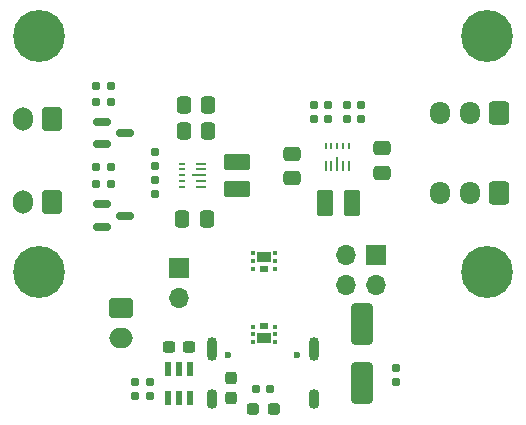
<source format=gbr>
%TF.GenerationSoftware,KiCad,Pcbnew,7.0.6*%
%TF.CreationDate,2023-07-14T02:37:10+02:00*%
%TF.ProjectId,rrr,7272722e-6b69-4636-9164-5f7063625858,rev?*%
%TF.SameCoordinates,Original*%
%TF.FileFunction,Soldermask,Bot*%
%TF.FilePolarity,Negative*%
%FSLAX46Y46*%
G04 Gerber Fmt 4.6, Leading zero omitted, Abs format (unit mm)*
G04 Created by KiCad (PCBNEW 7.0.6) date 2023-07-14 02:37:10*
%MOMM*%
%LPD*%
G01*
G04 APERTURE LIST*
G04 Aperture macros list*
%AMRoundRect*
0 Rectangle with rounded corners*
0 $1 Rounding radius*
0 $2 $3 $4 $5 $6 $7 $8 $9 X,Y pos of 4 corners*
0 Add a 4 corners polygon primitive as box body*
4,1,4,$2,$3,$4,$5,$6,$7,$8,$9,$2,$3,0*
0 Add four circle primitives for the rounded corners*
1,1,$1+$1,$2,$3*
1,1,$1+$1,$4,$5*
1,1,$1+$1,$6,$7*
1,1,$1+$1,$8,$9*
0 Add four rect primitives between the rounded corners*
20,1,$1+$1,$2,$3,$4,$5,0*
20,1,$1+$1,$4,$5,$6,$7,0*
20,1,$1+$1,$6,$7,$8,$9,0*
20,1,$1+$1,$8,$9,$2,$3,0*%
G04 Aperture macros list end*
%ADD10C,0.700000*%
%ADD11C,4.400000*%
%ADD12RoundRect,0.250000X0.600000X0.750000X-0.600000X0.750000X-0.600000X-0.750000X0.600000X-0.750000X0*%
%ADD13O,1.700000X2.000000*%
%ADD14RoundRect,0.250000X0.600000X0.725000X-0.600000X0.725000X-0.600000X-0.725000X0.600000X-0.725000X0*%
%ADD15O,1.700000X1.950000*%
%ADD16C,0.600000*%
%ADD17O,0.900000X2.000000*%
%ADD18O,0.900000X1.700000*%
%ADD19R,1.700000X1.700000*%
%ADD20O,1.700000X1.700000*%
%ADD21RoundRect,0.250000X-0.750000X0.600000X-0.750000X-0.600000X0.750000X-0.600000X0.750000X0.600000X0*%
%ADD22O,2.000000X1.700000*%
%ADD23RoundRect,0.237500X-0.237500X0.300000X-0.237500X-0.300000X0.237500X-0.300000X0.237500X0.300000X0*%
%ADD24R,0.425000X0.400000*%
%ADD25R,1.150000X0.950000*%
%ADD26R,0.800000X0.480000*%
%ADD27RoundRect,0.250000X0.475000X-0.337500X0.475000X0.337500X-0.475000X0.337500X-0.475000X-0.337500X0*%
%ADD28RoundRect,0.150000X-0.587500X-0.150000X0.587500X-0.150000X0.587500X0.150000X-0.587500X0.150000X0*%
%ADD29RoundRect,0.160000X0.197500X0.160000X-0.197500X0.160000X-0.197500X-0.160000X0.197500X-0.160000X0*%
%ADD30RoundRect,0.160000X-0.197500X-0.160000X0.197500X-0.160000X0.197500X0.160000X-0.197500X0.160000X0*%
%ADD31RoundRect,0.160000X-0.160000X0.197500X-0.160000X-0.197500X0.160000X-0.197500X0.160000X0.197500X0*%
%ADD32RoundRect,0.237500X0.300000X0.237500X-0.300000X0.237500X-0.300000X-0.237500X0.300000X-0.237500X0*%
%ADD33RoundRect,0.237500X-0.287500X-0.237500X0.287500X-0.237500X0.287500X0.237500X-0.287500X0.237500X0*%
%ADD34RoundRect,0.160000X0.160000X-0.197500X0.160000X0.197500X-0.160000X0.197500X-0.160000X-0.197500X0*%
%ADD35RoundRect,0.250000X-0.650000X1.500000X-0.650000X-1.500000X0.650000X-1.500000X0.650000X1.500000X0*%
%ADD36R,0.600000X1.200000*%
%ADD37RoundRect,0.250000X0.337500X0.475000X-0.337500X0.475000X-0.337500X-0.475000X0.337500X-0.475000X0*%
%ADD38R,0.250000X0.600000*%
%ADD39R,0.250000X0.900000*%
%ADD40R,0.250000X1.300000*%
%ADD41R,0.600000X0.250000*%
%ADD42R,0.900000X0.250000*%
%ADD43R,1.300000X0.250000*%
%ADD44RoundRect,0.250001X0.462499X0.849999X-0.462499X0.849999X-0.462499X-0.849999X0.462499X-0.849999X0*%
%ADD45RoundRect,0.250001X-0.849999X0.462499X-0.849999X-0.462499X0.849999X-0.462499X0.849999X0.462499X0*%
G04 APERTURE END LIST*
D10*
%TO.C,H4*%
X117350000Y-110000000D03*
X117833274Y-108833274D03*
X117833274Y-111166726D03*
X119000000Y-108350000D03*
D11*
X119000000Y-110000000D03*
D10*
X119000000Y-111650000D03*
X120166726Y-108833274D03*
X120166726Y-111166726D03*
X120650000Y-110000000D03*
%TD*%
D12*
%TO.C,J7*%
X82150000Y-104025000D03*
D13*
X79650000Y-104025000D03*
%TD*%
D10*
%TO.C,H1*%
X79350000Y-90000000D03*
X79833274Y-88833274D03*
X79833274Y-91166726D03*
X81000000Y-88350000D03*
D11*
X81000000Y-90000000D03*
D10*
X81000000Y-91650000D03*
X82166726Y-88833274D03*
X82166726Y-91166726D03*
X82650000Y-90000000D03*
%TD*%
%TO.C,H2*%
X117350000Y-90000000D03*
X117833274Y-88833274D03*
X117833274Y-91166726D03*
X119000000Y-88350000D03*
D11*
X119000000Y-90000000D03*
D10*
X119000000Y-91650000D03*
X120166726Y-88833274D03*
X120166726Y-91166726D03*
X120650000Y-90000000D03*
%TD*%
%TO.C,H3*%
X79350000Y-110000000D03*
X79833274Y-108833274D03*
X79833274Y-111166726D03*
X81000000Y-108350000D03*
D11*
X81000000Y-110000000D03*
D10*
X81000000Y-111650000D03*
X82166726Y-108833274D03*
X82166726Y-111166726D03*
X82650000Y-110000000D03*
%TD*%
D12*
%TO.C,J8*%
X82150000Y-97025000D03*
D13*
X79650000Y-97025000D03*
%TD*%
D14*
%TO.C,J5*%
X120000000Y-96500000D03*
D15*
X117500000Y-96500000D03*
X115000000Y-96500000D03*
%TD*%
D16*
%TO.C,J1*%
X97085000Y-117020000D03*
X102865000Y-117020000D03*
D17*
X95650000Y-116530000D03*
X104300000Y-116530000D03*
D18*
X95650000Y-120700000D03*
X104300000Y-120700000D03*
%TD*%
D19*
%TO.C,J3*%
X92900000Y-109660000D03*
D20*
X92900000Y-112200000D03*
%TD*%
D21*
%TO.C,J2*%
X88025000Y-113050000D03*
D22*
X88025000Y-115550000D03*
%TD*%
D14*
%TO.C,J6*%
X120000000Y-103325000D03*
D15*
X117500000Y-103325000D03*
X115000000Y-103325000D03*
%TD*%
D19*
%TO.C,J4*%
X109575000Y-108560000D03*
D20*
X109575000Y-111100000D03*
X107035000Y-108560000D03*
X107035000Y-111100000D03*
%TD*%
D23*
%TO.C,C8*%
X97300000Y-118937500D03*
X97300000Y-120662500D03*
%TD*%
D24*
%TO.C,Q1*%
X99124000Y-115900000D03*
X99124000Y-115250000D03*
X99124000Y-114600000D03*
X101000000Y-114600000D03*
X101000000Y-115250000D03*
X101000000Y-115900000D03*
D25*
X100062000Y-115575000D03*
D26*
X100062000Y-114550000D03*
%TD*%
D27*
%TO.C,C6*%
X110100000Y-101575000D03*
X110100000Y-99500000D03*
%TD*%
D28*
%TO.C,Q3*%
X86412500Y-106150000D03*
X86412500Y-104250000D03*
X88287500Y-105200000D03*
%TD*%
D29*
%TO.C,R14*%
X87097500Y-102500000D03*
X85902500Y-102500000D03*
%TD*%
D30*
%TO.C,R24*%
X85902500Y-94200000D03*
X87097500Y-94200000D03*
%TD*%
D31*
%TO.C,R8*%
X90837500Y-102202500D03*
X90837500Y-103397500D03*
%TD*%
D32*
%TO.C,C7*%
X93762500Y-116300000D03*
X92037500Y-116300000D03*
%TD*%
D31*
%TO.C,R4*%
X90837500Y-99802500D03*
X90837500Y-100997500D03*
%TD*%
D33*
%TO.C,D2*%
X99150000Y-121600000D03*
X100900000Y-121600000D03*
%TD*%
D30*
%TO.C,R6*%
X107102500Y-97000000D03*
X108297500Y-97000000D03*
%TD*%
D34*
%TO.C,R5*%
X89200000Y-120497500D03*
X89200000Y-119302500D03*
%TD*%
D28*
%TO.C,Q4*%
X86412500Y-99150000D03*
X86412500Y-97250000D03*
X88287500Y-98200000D03*
%TD*%
D31*
%TO.C,R10*%
X90400000Y-119302500D03*
X90400000Y-120497500D03*
%TD*%
D30*
%TO.C,R21*%
X85902500Y-101100000D03*
X87097500Y-101100000D03*
%TD*%
D27*
%TO.C,C5*%
X102500000Y-102037500D03*
X102500000Y-99962500D03*
%TD*%
D24*
%TO.C,Q2*%
X101000000Y-108400000D03*
X101000000Y-109050000D03*
X101000000Y-109700000D03*
X99124000Y-109700000D03*
X99124000Y-109050000D03*
X99124000Y-108400000D03*
D25*
X100062000Y-108725000D03*
D26*
X100062000Y-109750000D03*
%TD*%
D30*
%TO.C,R3*%
X104305000Y-95800000D03*
X105500000Y-95800000D03*
%TD*%
D29*
%TO.C,R9*%
X100597500Y-119900000D03*
X99402500Y-119900000D03*
%TD*%
D35*
%TO.C,D1*%
X108400000Y-114400000D03*
X108400000Y-119400000D03*
%TD*%
D29*
%TO.C,R25*%
X87097500Y-95600000D03*
X85902500Y-95600000D03*
%TD*%
D36*
%TO.C,IC3*%
X91950000Y-118150000D03*
X92900000Y-118150000D03*
X93850000Y-118150000D03*
X93850000Y-120650000D03*
X92900000Y-120650000D03*
X91950000Y-120650000D03*
%TD*%
D37*
%TO.C,C3*%
X95375000Y-98000000D03*
X93300000Y-98000000D03*
%TD*%
%TO.C,C2*%
X95237500Y-105500000D03*
X93162500Y-105500000D03*
%TD*%
D38*
%TO.C,IC5*%
X105300000Y-99350000D03*
X105800000Y-99350000D03*
X106300000Y-99350000D03*
X106800000Y-99350000D03*
X107300000Y-99350000D03*
D39*
X107300000Y-101000000D03*
X106800000Y-101000000D03*
D40*
X106300000Y-100800000D03*
D39*
X105800000Y-101000000D03*
X105300000Y-101000000D03*
%TD*%
D41*
%TO.C,IC6*%
X93137500Y-102800000D03*
X93137500Y-102300000D03*
X93137500Y-101800000D03*
X93137500Y-101300000D03*
X93137500Y-100800000D03*
D42*
X94787500Y-100800000D03*
X94787500Y-101300000D03*
D43*
X94587500Y-101800000D03*
D42*
X94787500Y-102300000D03*
X94787500Y-102800000D03*
%TD*%
D44*
%TO.C,L1*%
X107562500Y-104100000D03*
X105237500Y-104100000D03*
%TD*%
D31*
%TO.C,R1*%
X111300000Y-118102500D03*
X111300000Y-119297500D03*
%TD*%
D29*
%TO.C,R2*%
X108297500Y-95800000D03*
X107102500Y-95800000D03*
%TD*%
D45*
%TO.C,L2*%
X97837500Y-100637500D03*
X97837500Y-102962500D03*
%TD*%
D29*
%TO.C,R7*%
X105500000Y-97000000D03*
X104305000Y-97000000D03*
%TD*%
D37*
%TO.C,C4*%
X95375000Y-95800000D03*
X93300000Y-95800000D03*
%TD*%
M02*

</source>
